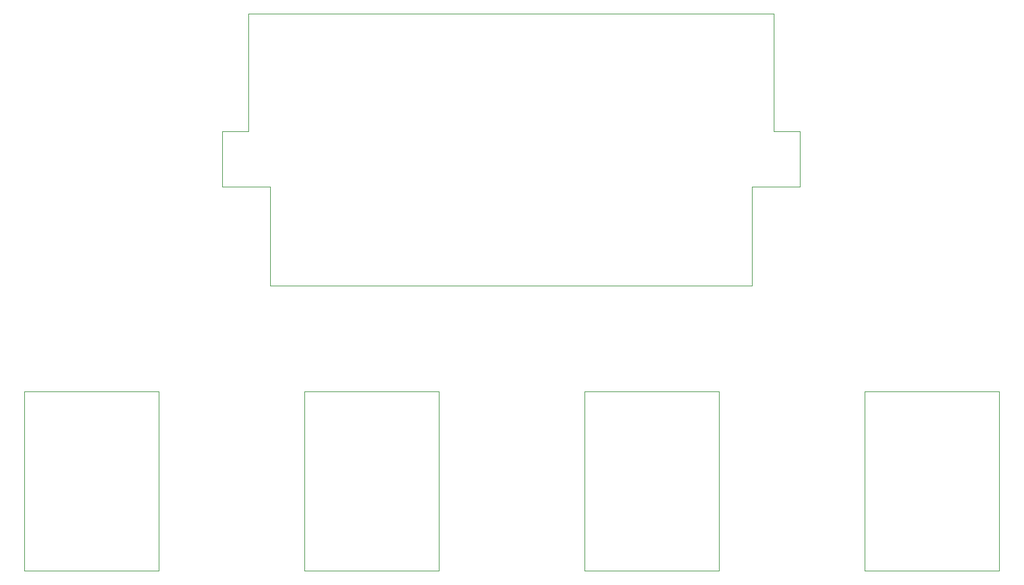
<source format=gbr>
%FSTAX23Y23*%
%MOIN*%
%SFA1B1*%

%IPPOS*%
%ADD32C,0.001970*%
%LNbackplane_mechanical_15-1*%
%LPD*%
G54D32*
X0121Y02853D02*
X01348D01*
X0121Y02558D02*
Y02853D01*
Y02558D02*
X01466D01*
Y02026D02*
Y02558D01*
Y02026D02*
X04045D01*
Y02558*
X04301*
Y02853*
X04163D02*
X04301D01*
X04163D02*
Y03483D01*
X01348D02*
X04163D01*
X01348Y02853D02*
Y03483D01*
X0087Y00499D02*
Y01461D01*
X0015D02*
X0087D01*
X0015Y00499D02*
Y01461D01*
Y00499D02*
X0087D01*
X0465D02*
X0537D01*
X0465D02*
Y01461D01*
X0537*
Y00499D02*
Y01461D01*
X0237Y00499D02*
Y01461D01*
X0165D02*
X0237D01*
X0165Y00499D02*
Y01461D01*
Y00499D02*
X0237D01*
X0315D02*
X0387D01*
X0315D02*
Y01461D01*
X0387*
Y00499D02*
Y01461D01*
M02*
</source>
